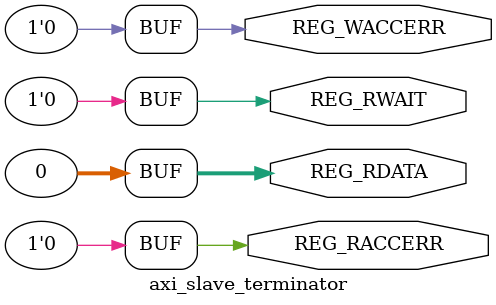
<source format=v>
module axi_slave_terminator (
  output [31:0] REG_RDATA,
  output REG_WACCERR,
  output REG_RACCERR,
  output REG_RWAIT
);

assign REG_RDATA = 32'h0;
assign REG_WACCERR = 1'b0;
assign REG_RACCERR = 1'b0;
assign REG_RWAIT = 1'b0;

endmodule

</source>
